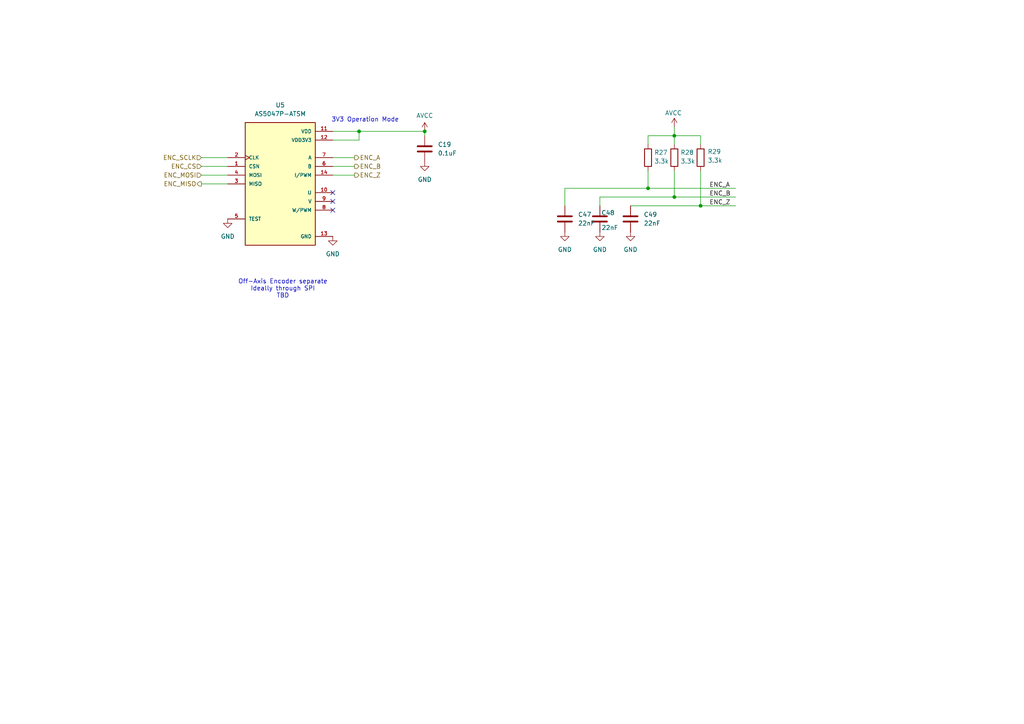
<source format=kicad_sch>
(kicad_sch (version 20231120) (generator "eeschema") (generator_version "8.0")
  (paper "A4")
  (lib_symbols
    (symbol "AS5047P-ATSM:AS5047P-ATSM" (pin_names (offset 1.016))
      (property "Reference" "U" (at -10.16 20.32 0))
      (property "Value" "AS5047P-ATSM" (at -10.16 -20.32 0))
      (symbol "AS5047P-ATSM_0_0"
        (rectangle (start -10.16 -17.78) (end 10.16 17.78) (stroke (width 0.254)) (fill (type background)))
        (pin input line (at -15.24 5.08 0) (length 5.08) (name "CSN") (number "1"))
        (pin output line (at 15.24 -2.54 180) (length 5.08) (name "U") (number "10"))
        (pin power_in line (at 15.24 15.24 180) (length 5.08) (name "VDD") (number "11"))
        (pin power_in line (at 15.24 12.7 180) (length 5.08) (name "VDD3V3") (number "12"))
        (pin power_in line (at 15.24 -15.24 180) (length 5.08) (name "GND") (number "13"))
        (pin output line (at 15.24 2.54 180) (length 5.08) (name "I/PWM") (number "14"))
        (pin input clock (at -15.24 7.62 0) (length 5.08) (name "CLK") (number "2"))
        (pin output line (at -15.24 0 0) (length 5.08) (name "MISO") (number "3"))
        (pin input line (at -15.24 2.54 0) (length 5.08) (name "MOSI") (number "4"))
        (pin passive line (at -15.24 -10.16 0) (length 5.08) (name "TEST") (number "5"))
        (pin output line (at 15.24 5.08 180) (length 5.08) (name "B") (number "6"))
        (pin output line (at 15.24 7.62 180) (length 5.08) (name "A") (number "7"))
        (pin output line (at 15.24 -7.62 180) (length 5.08) (name "W/PWM") (number "8"))
        (pin output line (at 15.24 -5.08 180) (length 5.08) (name "V") (number "9"))
      )
    )
    (symbol "Device:C" (pin_numbers hide) (pin_names (offset 0.254))
      (property "Reference" "C" (at 0.635 2.54 0))
      (property "Value" "C" (at 0.635 -2.54 0))
      (symbol "C_0_1"
        (polyline (pts (xy -2.032 -0.762) (xy 2.032 -0.762)) (stroke (width 0.508)))
        (polyline (pts (xy -2.032 0.762) (xy 2.032 0.762)) (stroke (width 0.508)))
      )
      (symbol "C_1_1"
        (pin passive line (at 0 3.81 270) (length 2.794) (name "~") (number "1"))
        (pin passive line (at 0 -3.81 90) (length 2.794) (name "~") (number "2"))
      )
    )
    (symbol "Device:R" (pin_numbers hide) (pin_names (offset 0))
      (property "Reference" "R" (at 2.032 0 90))
      (property "Value" "R" (at 0 0 90))
      (symbol "R_0_1"
        (rectangle (start -1.016 -2.54) (end 1.016 2.54) (stroke (width 0.254)))
      )
      (symbol "R_1_1"
        (pin passive line (at 0 3.81 270) (length 1.27) (name "~") (number "1"))
        (pin passive line (at 0 -3.81 90) (length 1.27) (name "~") (number "2"))
      )
    )
    (symbol "power:GND" (power) (pin_numbers hide) (pin_names (offset 0) hide)
      (property "Value" "GND" (at 0 -3.81 0))
      (symbol "GND_0_1"
        (polyline (pts (xy 0 0) (xy 0 -1.27) (xy 1.27 -1.27) (xy 0 -2.54) (xy -1.27 -1.27) (xy 0 -1.27)))
      )
      (symbol "GND_1_1"
        (pin power_in line (at 0 0 270) (length 0) (name "~") (number "1"))
      )
    )
    (symbol "power:VCC" (power) (pin_numbers hide) (pin_names (offset 0) hide)
      (property "Value" "VCC" (at 0 3.556 0))
      (symbol "VCC_0_1"
        (polyline (pts (xy -0.762 1.27) (xy 0 2.54)))
        (polyline (pts (xy 0 0) (xy 0 2.54)))
        (polyline (pts (xy 0 2.54) (xy 0.762 1.27)))
      )
      (symbol "VCC_1_1"
        (pin power_in line (at 0 0 90) (length 0) (name "~") (number "1"))
      )
    )
  )
  (junction (at 104.14 38.1))
  (junction (at 187.96 54.61))
  (junction (at 123.19 38.1))
  (junction (at 195.58 39.37))
  (junction (at 195.58 57.15))
  (junction (at 203.2 59.69))
  (no_connect (at 96.52 60.96))
  (no_connect (at 96.52 55.88))
  (no_connect (at 96.52 58.42))
  (wire (pts (xy 187.96 39.37) (xy 187.96 41.91)))
  (wire (pts (xy 58.42 45.72) (xy 66.04 45.72)))
  (wire (pts (xy 96.52 40.64) (xy 104.14 40.64)))
  (wire (pts (xy 195.58 57.15) (xy 213.36 57.15)))
  (wire (pts (xy 195.58 39.37) (xy 195.58 41.91)))
  (wire (pts (xy 58.42 53.34) (xy 66.04 53.34)))
  (wire (pts (xy 187.96 39.37) (xy 195.58 39.37)))
  (wire (pts (xy 96.52 38.1) (xy 104.14 38.1)))
  (wire (pts (xy 195.58 49.53) (xy 195.58 57.15)))
  (wire (pts (xy 58.42 48.26) (xy 66.04 48.26)))
  (wire (pts (xy 102.87 50.8) (xy 96.52 50.8)))
  (wire (pts (xy 123.19 38.1) (xy 123.19 39.37)))
  (wire (pts (xy 187.96 49.53) (xy 187.96 54.61)))
  (wire (pts (xy 187.96 54.61) (xy 213.36 54.61)))
  (wire (pts (xy 203.2 39.37) (xy 203.2 41.91)))
  (wire (pts (xy 104.14 38.1) (xy 123.19 38.1)))
  (wire (pts (xy 203.2 49.53) (xy 203.2 59.69)))
  (wire (pts (xy 163.83 59.69) (xy 163.83 54.61)))
  (wire (pts (xy 195.58 39.37) (xy 203.2 39.37)))
  (wire (pts (xy 102.87 45.72) (xy 96.52 45.72)))
  (wire (pts (xy 203.2 59.69) (xy 213.36 59.69)))
  (wire (pts (xy 173.99 57.15) (xy 195.58 57.15)))
  (wire (pts (xy 102.87 48.26) (xy 96.52 48.26)))
  (wire (pts (xy 104.14 40.64) (xy 104.14 38.1)))
  (wire (pts (xy 195.58 36.83) (xy 195.58 39.37)))
  (wire (pts (xy 58.42 50.8) (xy 66.04 50.8)))
  (wire (pts (xy 173.99 59.69) (xy 173.99 57.15)))
  (wire (pts (xy 163.83 54.61) (xy 187.96 54.61)))
  (wire (pts (xy 182.88 59.69) (xy 203.2 59.69)))
  (text "Off-Axis Encoder separate\nIdeally through SPI\nTBD" (at 82.042 83.82 0) (effects (font (size 1.27 1.27))))
  (text "3V3 Operation Mode" (at 105.918 35.56 0) (effects (font (size 1.27 1.27)) (justify bottom)))
  (label "ENC_B" (at 205.74 57.15 0))
  (label "ENC_Z" (at 205.74 59.69 0))
  (label "ENC_A" (at 205.74 54.61 0))
  (hierarchical_label "ENC_MISO" (shape output) (at 58.42 53.34 180))
  (hierarchical_label "ENC_CS" (shape input) (at 58.42 48.26 180))
  (hierarchical_label "ENC_B" (shape output) (at 102.87 48.26 0))
  (hierarchical_label "ENC_Z" (shape output) (at 102.87 50.8 0))
  (hierarchical_label "ENC_A" (shape output) (at 102.87 45.72 0))
  (hierarchical_label "ENC_SCLK" (shape input) (at 58.42 45.72 180))
  (hierarchical_label "ENC_MOSI" (shape input) (at 58.42 50.8 180))
  (symbol (lib_id "Device:R") (at 195.58 45.72 0) (unit 1)
    (property "Reference" "R28" (at 197.358 44.958 0) (effects (justify left bottom)))
    (property "Value" "3.3k" (at 197.358 47.498 0) (effects (justify left bottom)))
    (property "Footprint" "Resistor_SMD:R_0603_1608Metric" (effects (hide yes)))
    (property "Description" "RES SMD 3.3K OHM 1% 1/10W 0603" (effects (hide yes)))
    (property "SUPPLIER 1" "Digi-Key" (effects (hide yes)))
    (property "SUPPLIER PART NUMBER 1" "311-3.30KHRCT-ND" (effects (hide yes)))
    (property "MANUFACTURER" "Yageo" (effects (hide yes)))
    (property "ROHS" "RoHS Compliant" (effects (hide yes)))
    (property "CATEGORY" "Resistors" (effects (hide yes)))
    (property "STOCK 1" "420019" (effects (hide yes)))
    (property "PRICING 1" "1=0.1, 10=0.014, 25=0.01, 100=0.0057, 250=0.00436, 500=0.00348, 1000=0.00257, 2500=0.00223 (USD)" (effects (hide yes)))
    (property "PACKAGING" "Cut Tape (CT)" (effects (hide yes)))
    (property "TOLERANCE" "±1%" (effects (hide yes)))
    (property "POWER (WATTS)" "0.1W, 1/10W" (effects (hide yes)))
    (property "COMPOSITION" "Thick Film" (effects (hide yes)))
    (property "FEATURES" "Moisture Resistant" (effects (hide yes)))
    (property "TEMPERATURE COEFFICIENT" "±100ppm/°C" (effects (hide yes)))
    (property "OPERATING TEMPERATURE" "-55°C ~ 155°C" (effects (hide yes)))
    (property "PACKAGE / CASE" "0603 (1608 Metric)" (effects (hide yes)))
    (property "SUPPLIER DEVICE PACKAGE" "0603" (effects (hide yes)))
    (property "SIZE / DIMENSION" "0.063\" L x 0.031\" W (1.60mm x 0.80mm)" (effects (hide yes)))
    (property "HEIGHT" "0.022\" (0.55mm)" (effects (hide yes)))
    (property "NUMBER OF TERMINATIONS" "2" (effects (hide yes)))
    (property "COMPONENTLINK1URL" "http://www.yageo.com/documents/recent/PYu-RC_Group_51_RoHS_L_04.pdf" (effects (hide yes)))
    (property "COMPONENTLINK1DESCRIPTION" "http://www.yageo.com/documents/recent/PYu-RC_Group_51_RoHS_L_04.pdf" (effects (hide yes)))
    (property "MANUFACTURER PART NUMBER" "RC0603FR-073K3L" (effects (hide yes)))
    (property "RESISTANCE (OHMS)" "3.3k" (effects (hide yes)))
    (property "LCSC Part #" " C108078" (effects (hide yes)))
  )
  (symbol (lib_id "power:GND") (at 123.19 46.99 0) (unit 1)
    (property "Reference" "#PWR021" (effects (hide yes)))
    (property "Value" "GND" (at 123.19 52.07 0))
    (property "Description" "Power symbol creates a global label with name \"GND\" , ground" (effects (hide yes)))
  )
  (symbol (lib_id "power:GND") (at 96.52 68.58 0) (unit 1)
    (property "Reference" "#PWR019" (effects (hide yes)))
    (property "Value" "GND" (at 96.52 73.66 0))
    (property "Description" "Power symbol creates a global label with name \"GND\" , ground" (effects (hide yes)))
  )
  (symbol (lib_id "power:VCC") (at 195.58 36.83 0) (unit 1)
    (property "Reference" "#PWR061" (effects (hide yes)))
    (property "Value" "AVCC" (at 195.326 32.766 0))
  )
  (symbol (lib_id "power:GND") (at 182.88 67.31 0) (unit 1)
    (property "Reference" "#PWR060" (effects (hide yes)))
    (property "Value" "GND" (at 182.88 72.39 0))
    (property "Description" "Power symbol creates a global label with name \"GND\" , ground" (effects (hide yes)))
  )
  (symbol (lib_id "power:VCC") (at 123.19 38.1 0) (unit 1)
    (property "Reference" "#PWR020" (effects (hide yes)))
    (property "Value" "AVCC" (at 123.19 33.528 0))
  )
  (symbol (lib_id "Device:C") (at 163.83 63.5 0) (unit 1)
    (property "Reference" "C47" (at 167.64 62.2299 0) (effects (justify left)))
    (property "Value" "22nF" (at 167.64 64.7699 0) (effects (justify left)))
    (property "Footprint" "Capacitor_SMD:C_0402_1005Metric" (effects (hide yes)))
    (property "Description" "Unpolarized capacitor" (effects (hide yes)))
    (property "LCSC Part #" "C1532" (effects (hide yes)))
  )
  (symbol (lib_id "power:GND") (at 66.04 63.5 0) (unit 1)
    (property "Reference" "#PWR018" (effects (hide yes)))
    (property "Value" "GND" (at 66.04 68.58 0))
    (property "Description" "Power symbol creates a global label with name \"GND\" , ground" (effects (hide yes)))
  )
  (symbol (lib_id "Device:R") (at 203.2 45.72 0) (unit 1)
    (property "Reference" "R29" (at 205.232 44.704 0) (effects (justify left bottom)))
    (property "Value" "3.3k" (at 205.232 47.244 0) (effects (justify left bottom)))
    (property "Footprint" "Resistor_SMD:R_0603_1608Metric" (effects (hide yes)))
    (property "Description" "RES SMD 3.3K OHM 1% 1/10W 0603" (effects (hide yes)))
    (property "SUPPLIER 1" "Digi-Key" (effects (hide yes)))
    (property "SUPPLIER PART NUMBER 1" "311-3.30KHRCT-ND" (effects (hide yes)))
    (property "MANUFACTURER" "Yageo" (effects (hide yes)))
    (property "ROHS" "RoHS Compliant" (effects (hide yes)))
    (property "CATEGORY" "Resistors" (effects (hide yes)))
    (property "STOCK 1" "420019" (effects (hide yes)))
    (property "PRICING 1" "1=0.1, 10=0.014, 25=0.01, 100=0.0057, 250=0.00436, 500=0.00348, 1000=0.00257, 2500=0.00223 (USD)" (effects (hide yes)))
    (property "PACKAGING" "Cut Tape (CT)" (effects (hide yes)))
    (property "TOLERANCE" "±1%" (effects (hide yes)))
    (property "POWER (WATTS)" "0.1W, 1/10W" (effects (hide yes)))
    (property "COMPOSITION" "Thick Film" (effects (hide yes)))
    (property "FEATURES" "Moisture Resistant" (effects (hide yes)))
    (property "TEMPERATURE COEFFICIENT" "±100ppm/°C" (effects (hide yes)))
    (property "OPERATING TEMPERATURE" "-55°C ~ 155°C" (effects (hide yes)))
    (property "PACKAGE / CASE" "0603 (1608 Metric)" (effects (hide yes)))
    (property "SUPPLIER DEVICE PACKAGE" "0603" (effects (hide yes)))
    (property "SIZE / DIMENSION" "0.063\" L x 0.031\" W (1.60mm x 0.80mm)" (effects (hide yes)))
    (property "HEIGHT" "0.022\" (0.55mm)" (effects (hide yes)))
    (property "NUMBER OF TERMINATIONS" "2" (effects (hide yes)))
    (property "COMPONENTLINK1URL" "http://www.yageo.com/documents/recent/PYu-RC_Group_51_RoHS_L_04.pdf" (effects (hide yes)))
    (property "COMPONENTLINK1DESCRIPTION" "http://www.yageo.com/documents/recent/PYu-RC_Group_51_RoHS_L_04.pdf" (effects (hide yes)))
    (property "MANUFACTURER PART NUMBER" "RC0603FR-073K3L" (effects (hide yes)))
    (property "RESISTANCE (OHMS)" "3.3k" (effects (hide yes)))
    (property "LCSC Part #" " C108078" (effects (hide yes)))
  )
  (symbol (lib_id "Device:R") (at 187.96 45.72 0) (unit 1)
    (property "Reference" "R27" (at 189.738 44.958 0) (effects (justify left bottom)))
    (property "Value" "3.3k" (at 189.738 47.498 0) (effects (justify left bottom)))
    (property "Footprint" "Resistor_SMD:R_0603_1608Metric" (effects (hide yes)))
    (property "Description" "RES SMD 3.3K OHM 1% 1/10W 0603" (effects (hide yes)))
    (property "SUPPLIER 1" "Digi-Key" (effects (hide yes)))
    (property "SUPPLIER PART NUMBER 1" "311-3.30KHRCT-ND" (effects (hide yes)))
    (property "MANUFACTURER" "Yageo" (effects (hide yes)))
    (property "ROHS" "RoHS Compliant" (effects (hide yes)))
    (property "CATEGORY" "Resistors" (effects (hide yes)))
    (property "STOCK 1" "420019" (effects (hide yes)))
    (property "PRICING 1" "1=0.1, 10=0.014, 25=0.01, 100=0.0057, 250=0.00436, 500=0.00348, 1000=0.00257, 2500=0.00223 (USD)" (effects (hide yes)))
    (property "PACKAGING" "Cut Tape (CT)" (effects (hide yes)))
    (property "TOLERANCE" "±1%" (effects (hide yes)))
    (property "POWER (WATTS)" "0.1W, 1/10W" (effects (hide yes)))
    (property "COMPOSITION" "Thick Film" (effects (hide yes)))
    (property "FEATURES" "Moisture Resistant" (effects (hide yes)))
    (property "TEMPERATURE COEFFICIENT" "±100ppm/°C" (effects (hide yes)))
    (property "OPERATING TEMPERATURE" "-55°C ~ 155°C" (effects (hide yes)))
    (property "PACKAGE / CASE" "0603 (1608 Metric)" (effects (hide yes)))
    (property "SUPPLIER DEVICE PACKAGE" "0603" (effects (hide yes)))
    (property "SIZE / DIMENSION" "0.063\" L x 0.031\" W (1.60mm x 0.80mm)" (effects (hide yes)))
    (property "HEIGHT" "0.022\" (0.55mm)" (effects (hide yes)))
    (property "NUMBER OF TERMINATIONS" "2" (effects (hide yes)))
    (property "COMPONENTLINK1URL" "http://www.yageo.com/documents/recent/PYu-RC_Group_51_RoHS_L_04.pdf" (effects (hide yes)))
    (property "COMPONENTLINK1DESCRIPTION" "http://www.yageo.com/documents/recent/PYu-RC_Group_51_RoHS_L_04.pdf" (effects (hide yes)))
    (property "MANUFACTURER PART NUMBER" "RC0603FR-073K3L" (effects (hide yes)))
    (property "RESISTANCE (OHMS)" "3.3k" (effects (hide yes)))
    (property "LCSC Part #" " C108078" (effects (hide yes)))
  )
  (symbol (lib_id "power:GND") (at 173.99 67.31 0) (unit 1)
    (property "Reference" "#PWR059" (effects (hide yes)))
    (property "Value" "GND" (at 173.99 72.39 0))
    (property "Description" "Power symbol creates a global label with name \"GND\" , ground" (effects (hide yes)))
  )
  (symbol (lib_id "Device:C") (at 173.99 63.5 0) (mirror y) (unit 1)
    (property "Reference" "C48" (at 178.308 61.722 0) (effects (justify left)))
    (property "Value" "22nF" (at 179.324 66.04 0) (effects (justify left)))
    (property "Footprint" "Capacitor_SMD:C_0402_1005Metric" (effects (hide yes)))
    (property "Description" "Unpolarized capacitor" (effects (hide yes)))
    (property "LCSC Part #" "C1532" (effects (hide yes)))
  )
  (symbol (lib_id "Device:C") (at 182.88 63.5 0) (unit 1)
    (property "Reference" "C49" (at 186.69 62.2299 0) (effects (justify left)))
    (property "Value" "22nF" (at 186.69 64.7699 0) (effects (justify left)))
    (property "Footprint" "Capacitor_SMD:C_0402_1005Metric" (effects (hide yes)))
    (property "Description" "Unpolarized capacitor" (effects (hide yes)))
    (property "LCSC Part #" "C1532" (effects (hide yes)))
  )
  (symbol (lib_id "AS5047P-ATSM:AS5047P-ATSM") (at 81.28 53.34 0) (unit 1)
    (property "Reference" "U5" (at 81.28 30.48 0))
    (property "Value" "AS5047P-ATSM" (at 81.28 33.02 0))
    (property "Footprint" "AMS:SOP65P640X120-14N" (effects (hide yes)))
    (property "MF" "ams" (effects (hide yes)))
    (property "Description_1" "\nRotary Encoder Magnetic Programmable PWM -\n" (effects (hide yes)))
    (property "Package" "TSSOP-14 ams" (effects (hide yes)))
    (property "Price" "None" (effects (hide yes)))
    (property "Check_prices" "https://www.snapeda.com/parts/AS5047P-ATSM/ams/view-part/?ref=eda" (effects (hide yes)))
    (property "STANDARD" "IPC 7351B" (effects (hide yes)))
    (property "PARTREV" "1-01" (effects (hide yes)))
    (property "SnapEDA_Link" "https://www.snapeda.com/parts/AS5047P-ATSM/ams/view-part/?ref=snap" (effects (hide yes)))
    (property "MP" "AS5047P-ATSM" (effects (hide yes)))
    (property "Purchase-URL" "https://www.snapeda.com/api/url_track_click_mouser/?unipart_id=602819&manufacturer=ams&part_name=AS5047P-ATSM&search_term=None" (effects (hide yes)))
    (property "Availability" "In Stock" (effects (hide yes)))
    (property "MANUFACTURER" "AMS" (effects (hide yes)))
    (property "LCSC Part #" "C962063" (effects (hide yes)))
  )
  (symbol (lib_id "Device:C") (at 123.19 43.18 0) (unit 1)
    (property "Reference" "C19" (at 127 41.9099 0) (effects (justify left)))
    (property "Value" "0.1uF" (at 127 44.4499 0) (effects (justify left)))
    (property "Footprint" "Capacitor_SMD:C_0402_1005Metric" (effects (hide yes)))
    (property "Description" "Unpolarized capacitor" (effects (hide yes)))
    (property "LCSC Part #" "C77055" (effects (hide yes)))
  )
  (symbol (lib_id "power:GND") (at 163.83 67.31 0) (unit 1)
    (property "Reference" "#PWR058" (effects (hide yes)))
    (property "Value" "GND" (at 163.83 72.39 0))
    (property "Description" "Power symbol creates a global label with name \"GND\" , ground" (effects (hide yes)))
  )
)
</source>
